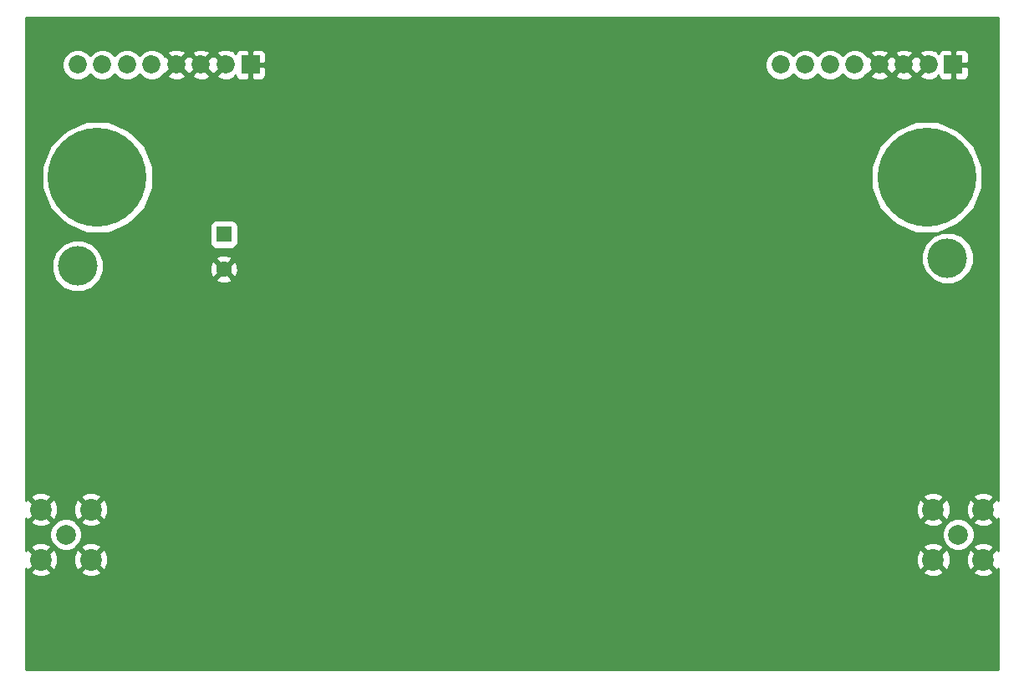
<source format=gbr>
G04 #@! TF.FileFunction,Copper,L2,Inr,Plane*
%FSLAX46Y46*%
G04 Gerber Fmt 4.6, Leading zero omitted, Abs format (unit mm)*
G04 Created by KiCad (PCBNEW 4.0.7) date 12/03/17 22:14:14*
%MOMM*%
%LPD*%
G01*
G04 APERTURE LIST*
%ADD10C,0.100000*%
%ADD11C,0.700000*%
%ADD12R,1.600000X1.600000*%
%ADD13C,1.600000*%
%ADD14C,2.200000*%
%ADD15C,2.000000*%
%ADD16R,1.850000X1.850000*%
%ADD17C,1.850000*%
%ADD18C,10.000000*%
%ADD19C,7.000000*%
%ADD20C,0.800000*%
%ADD21C,4.000000*%
%ADD22C,0.254000*%
G04 APERTURE END LIST*
D10*
D11*
X180500000Y-113700000D03*
X173900000Y-86100000D03*
X171700000Y-90900000D03*
X172100000Y-97200000D03*
X172800000Y-102000000D03*
X184800000Y-103100000D03*
X180400000Y-102800000D03*
X175800000Y-102700000D03*
X175800000Y-105200000D03*
X180300000Y-105500000D03*
X191800000Y-123000000D03*
X188100000Y-122100000D03*
X185200000Y-110500000D03*
X190500000Y-110500000D03*
X195300000Y-109700000D03*
X190500000Y-107200000D03*
X187700000Y-107200000D03*
X175700000Y-98300000D03*
X180400000Y-98100000D03*
X175800000Y-100500000D03*
X180400000Y-100500000D03*
X193400000Y-107800000D03*
X185300000Y-107200000D03*
X187700000Y-110500000D03*
X181200000Y-110900000D03*
X178800000Y-110900000D03*
X183300000Y-111000000D03*
X185600000Y-115400000D03*
X188300000Y-117800000D03*
X188200000Y-113600000D03*
X183500000Y-106500000D03*
X104800000Y-106300000D03*
X169400000Y-94100000D03*
X191500000Y-90900000D03*
X166700000Y-115500000D03*
X175200000Y-114800000D03*
X175200000Y-120500000D03*
X168100000Y-119700000D03*
X163400000Y-118500000D03*
X159300000Y-115500000D03*
X151700000Y-115200000D03*
X145100000Y-115400000D03*
X138900000Y-117300000D03*
X133600000Y-118600000D03*
X129600000Y-121500000D03*
X126600000Y-117900000D03*
X121600000Y-115100000D03*
X124800000Y-122000000D03*
X111800000Y-122600000D03*
X156400000Y-96700000D03*
X148200000Y-96700000D03*
X149800000Y-93300000D03*
X169400000Y-85900000D03*
X165900000Y-96300000D03*
X168800000Y-100000000D03*
X162900000Y-100400000D03*
X140000000Y-101200000D03*
X130100000Y-100300000D03*
X134700000Y-96900000D03*
X140700000Y-93400000D03*
X142100000Y-88000000D03*
X149700000Y-86000000D03*
X157700000Y-88100000D03*
X159900000Y-94600000D03*
X157300000Y-101500000D03*
X152800000Y-101500000D03*
X145200000Y-101400000D03*
X133600000Y-101000000D03*
X125900000Y-98700000D03*
X129000000Y-95900000D03*
X129000000Y-89600000D03*
X124900000Y-92400000D03*
X122200000Y-96400000D03*
X122300000Y-101400000D03*
X116700000Y-103200000D03*
X111900000Y-106600000D03*
X173900000Y-69300000D03*
X175300000Y-71300000D03*
X175300000Y-73600000D03*
X171800000Y-73600000D03*
X168300000Y-73600000D03*
X168300000Y-70500000D03*
X163100000Y-70500000D03*
X163100000Y-73400000D03*
X159800000Y-73400000D03*
X156400000Y-73400000D03*
X156400000Y-70500000D03*
X151100000Y-70500000D03*
X151100000Y-73500000D03*
X147900000Y-73500000D03*
X144500000Y-73500000D03*
X144500000Y-70500000D03*
X139000000Y-70500000D03*
X139000000Y-73400000D03*
X135900000Y-73400000D03*
X132500000Y-73400000D03*
X132100000Y-70400000D03*
X128100000Y-70400000D03*
X127400000Y-72600000D03*
X124800000Y-71800000D03*
X121800000Y-71800000D03*
X118800000Y-71800000D03*
X116500000Y-71300000D03*
X127700000Y-67000000D03*
X104700000Y-120500000D03*
X108100000Y-120500000D03*
X109800000Y-119300000D03*
X104700000Y-110600000D03*
X108200000Y-110600000D03*
X109600000Y-112000000D03*
X117700000Y-89300000D03*
X124500000Y-87900000D03*
X126300000Y-86100000D03*
X128100000Y-84300000D03*
X130000000Y-82400000D03*
X133200000Y-82400000D03*
X136000000Y-82400000D03*
X138900000Y-82400000D03*
X142100000Y-82400000D03*
X145300000Y-82400000D03*
X148000000Y-82400000D03*
X150800000Y-82400000D03*
X154100000Y-82400000D03*
X157200000Y-82400000D03*
X160100000Y-82400000D03*
X162900000Y-82400000D03*
X166100000Y-82400000D03*
X169200000Y-82400000D03*
X172200000Y-82400000D03*
X175200000Y-82400000D03*
X178000000Y-82400000D03*
X180300000Y-83200000D03*
X183000000Y-83200000D03*
X101400000Y-69600000D03*
X101400000Y-77700000D03*
X101400000Y-66900000D03*
X101400000Y-72400000D03*
X101400000Y-75300000D03*
X101400000Y-80800000D03*
X101400000Y-83500000D03*
X101400000Y-86200000D03*
X101400000Y-88900000D03*
X106800000Y-92200000D03*
X103900000Y-92200000D03*
X101500000Y-94800000D03*
X101500000Y-92200000D03*
X101500000Y-97100000D03*
X101500000Y-100000000D03*
X101500000Y-102600000D03*
X101500000Y-105500000D03*
X101500000Y-108200000D03*
X101500000Y-110600000D03*
X101500000Y-120500000D03*
X101500000Y-123200000D03*
X101500000Y-125700000D03*
X105100000Y-125700000D03*
X108500000Y-125700000D03*
X111700000Y-125700000D03*
X115000000Y-125700000D03*
X118000000Y-125700000D03*
X121100000Y-125700000D03*
X124700000Y-125700000D03*
X128300000Y-125700000D03*
X131800000Y-125700000D03*
X134300000Y-125700000D03*
X134300000Y-123800000D03*
X135700000Y-122400000D03*
X137900000Y-122400000D03*
X142000000Y-118200000D03*
X140500000Y-122400000D03*
X140500000Y-119700000D03*
X144700000Y-118200000D03*
X148600000Y-118200000D03*
X152500000Y-118200000D03*
X156200000Y-118200000D03*
X157800000Y-119700000D03*
X160700000Y-122400000D03*
X157800000Y-122400000D03*
X163300000Y-122400000D03*
X163300000Y-125800000D03*
X167600000Y-125800000D03*
X171100000Y-125800000D03*
X174600000Y-125800000D03*
X178100000Y-125800000D03*
X181300000Y-125800000D03*
X184800000Y-125800000D03*
X187900000Y-125800000D03*
X191400000Y-125800000D03*
X194400000Y-125800000D03*
X197200000Y-125800000D03*
X198200000Y-123200000D03*
X198600000Y-109000000D03*
X198600000Y-106000000D03*
X198600000Y-103000000D03*
X198600000Y-99900000D03*
X198600000Y-97000000D03*
X198600000Y-93900000D03*
X198600000Y-90900000D03*
X198600000Y-88000000D03*
X198600000Y-85000000D03*
X198600000Y-82100000D03*
X198600000Y-79000000D03*
X198600000Y-76000000D03*
X198600000Y-73000000D03*
X198600000Y-70000000D03*
X198600000Y-67000000D03*
X173900000Y-67000000D03*
X168900000Y-67000000D03*
X165600000Y-67000000D03*
X161100000Y-67000000D03*
X157000000Y-67000000D03*
X153300000Y-67000000D03*
X149300000Y-67000000D03*
X145900000Y-67000000D03*
X142000000Y-67000000D03*
X138400000Y-67000000D03*
X135000000Y-67000000D03*
X131600000Y-67000000D03*
X112000000Y-92100000D03*
X109700000Y-90800000D03*
X115500000Y-90100000D03*
X121000000Y-106500000D03*
X118600000Y-112100000D03*
X116200000Y-114500000D03*
X113700000Y-116800000D03*
X110800000Y-113400000D03*
X121300000Y-111100000D03*
X111000000Y-117400000D03*
X112600000Y-112100000D03*
X114600000Y-110100000D03*
X116800000Y-107900000D03*
X119000000Y-107200000D03*
X123100000Y-107100000D03*
X172900000Y-110900000D03*
X185200000Y-88800000D03*
X184400000Y-84400000D03*
X180600000Y-89600000D03*
X183200000Y-89600000D03*
X186800000Y-87200000D03*
X188500000Y-85500000D03*
X185900000Y-83200000D03*
X183400000Y-85900000D03*
X175700000Y-89500000D03*
X177800000Y-87300000D03*
X180600000Y-85900000D03*
X180400000Y-95600000D03*
X175700000Y-92500000D03*
X180600000Y-92500000D03*
X175700000Y-95700000D03*
X176700000Y-110900000D03*
X128300000Y-104000000D03*
X132100000Y-104000000D03*
X135100000Y-104000000D03*
X138900000Y-104000000D03*
X128200000Y-113700000D03*
X132200000Y-113700000D03*
X139000000Y-113700000D03*
X135100000Y-113700000D03*
X158900000Y-105300000D03*
X152900000Y-105300000D03*
X155800000Y-105300000D03*
X133800000Y-105600000D03*
X173300000Y-106600000D03*
X124100000Y-105400000D03*
X127100000Y-105400000D03*
X140700000Y-105400000D03*
X143800000Y-105400000D03*
X146600000Y-105400000D03*
X149800000Y-105400000D03*
X168400000Y-105400000D03*
X171600000Y-105400000D03*
X124000000Y-112200000D03*
X127200000Y-112200000D03*
X140600000Y-112200000D03*
X143900000Y-112200000D03*
X146500000Y-112200000D03*
X149800000Y-112200000D03*
X161800000Y-112200000D03*
X165000000Y-112200000D03*
X168400000Y-112200000D03*
X171600000Y-112200000D03*
X174800000Y-110900000D03*
X139900000Y-110700000D03*
X133700000Y-111300000D03*
X145200000Y-110700000D03*
X151600000Y-110700000D03*
X160000000Y-110700000D03*
X166600000Y-110700000D03*
X153300000Y-111900000D03*
X158300000Y-111900000D03*
X137000000Y-102600000D03*
X130200000Y-102600000D03*
X137000000Y-115000000D03*
X130200000Y-115000000D03*
X125600000Y-113700000D03*
X142200000Y-113700000D03*
X148200000Y-113700000D03*
X155800000Y-113700000D03*
X163400000Y-113700000D03*
X170000000Y-113700000D03*
X125600000Y-103900000D03*
X142200000Y-103900000D03*
X148200000Y-103900000D03*
X170000000Y-103900000D03*
X164900000Y-105300000D03*
X161800000Y-105300000D03*
D12*
X120800000Y-85200000D03*
D13*
X120800000Y-88700000D03*
D14*
X102260000Y-118140000D03*
X102260000Y-113060000D03*
X107340000Y-113060000D03*
X107340000Y-118140000D03*
D15*
X104800000Y-115600000D03*
D16*
X123500000Y-68000000D03*
D17*
X121000000Y-68000000D03*
X118500000Y-68000000D03*
X116000000Y-68000000D03*
X113500000Y-68000000D03*
X111000000Y-68000000D03*
X108500000Y-68000000D03*
X106000000Y-68000000D03*
D16*
X194700000Y-68000000D03*
D17*
X192200000Y-68000000D03*
X189700000Y-68000000D03*
X187200000Y-68000000D03*
X184700000Y-68000000D03*
X182200000Y-68000000D03*
X179700000Y-68000000D03*
X177200000Y-68000000D03*
D18*
X108000000Y-79400000D03*
X108000000Y-98400000D03*
X192000000Y-79400000D03*
X192000000Y-98400000D03*
D19*
X118000000Y-120000000D03*
D20*
X120625000Y-120000000D03*
X119856155Y-121856155D03*
X118000000Y-122625000D03*
X116143845Y-121856155D03*
X115375000Y-120000000D03*
X116143845Y-118143845D03*
X118000000Y-117375000D03*
X119856155Y-118143845D03*
D19*
X182000000Y-120000000D03*
D20*
X184625000Y-120000000D03*
X183856155Y-121856155D03*
X182000000Y-122625000D03*
X180143845Y-121856155D03*
X179375000Y-120000000D03*
X180143845Y-118143845D03*
X182000000Y-117375000D03*
X183856155Y-118143845D03*
D19*
X136000000Y-90000000D03*
D20*
X138625000Y-90000000D03*
X137856155Y-91856155D03*
X136000000Y-92625000D03*
X134143845Y-91856155D03*
X133375000Y-90000000D03*
X134143845Y-88143845D03*
X136000000Y-87375000D03*
X137856155Y-88143845D03*
D19*
X164000000Y-90000000D03*
D20*
X166625000Y-90000000D03*
X165856155Y-91856155D03*
X164000000Y-92625000D03*
X162143845Y-91856155D03*
X161375000Y-90000000D03*
X162143845Y-88143845D03*
X164000000Y-87375000D03*
X165856155Y-88143845D03*
D11*
X163400000Y-103900000D03*
D21*
X106000000Y-88400000D03*
X115400000Y-94000000D03*
X194100000Y-87600000D03*
X186900000Y-91600000D03*
D14*
X192660000Y-118140000D03*
X192660000Y-113060000D03*
X197740000Y-113060000D03*
X197740000Y-118140000D03*
D15*
X195200000Y-115600000D03*
D22*
G36*
X199265000Y-112180929D02*
X199242099Y-112125641D01*
X198964868Y-112014737D01*
X197919605Y-113060000D01*
X198964868Y-114105263D01*
X199242099Y-113994359D01*
X199265000Y-113933539D01*
X199265000Y-117260929D01*
X199242099Y-117205641D01*
X198964868Y-117094737D01*
X197919605Y-118140000D01*
X198964868Y-119185263D01*
X199242099Y-119074359D01*
X199265000Y-119013539D01*
X199265000Y-129265000D01*
X100735000Y-129265000D01*
X100735000Y-119364868D01*
X101214737Y-119364868D01*
X101325641Y-119642099D01*
X101971593Y-119885323D01*
X102661453Y-119862836D01*
X103194359Y-119642099D01*
X103305263Y-119364868D01*
X106294737Y-119364868D01*
X106405641Y-119642099D01*
X107051593Y-119885323D01*
X107741453Y-119862836D01*
X108274359Y-119642099D01*
X108385263Y-119364868D01*
X191614737Y-119364868D01*
X191725641Y-119642099D01*
X192371593Y-119885323D01*
X193061453Y-119862836D01*
X193594359Y-119642099D01*
X193705263Y-119364868D01*
X196694737Y-119364868D01*
X196805641Y-119642099D01*
X197451593Y-119885323D01*
X198141453Y-119862836D01*
X198674359Y-119642099D01*
X198785263Y-119364868D01*
X197740000Y-118319605D01*
X196694737Y-119364868D01*
X193705263Y-119364868D01*
X192660000Y-118319605D01*
X191614737Y-119364868D01*
X108385263Y-119364868D01*
X107340000Y-118319605D01*
X106294737Y-119364868D01*
X103305263Y-119364868D01*
X102260000Y-118319605D01*
X101214737Y-119364868D01*
X100735000Y-119364868D01*
X100735000Y-119019071D01*
X100757901Y-119074359D01*
X101035132Y-119185263D01*
X102080395Y-118140000D01*
X102439605Y-118140000D01*
X103484868Y-119185263D01*
X103762099Y-119074359D01*
X104005323Y-118428407D01*
X103986521Y-117851593D01*
X105594677Y-117851593D01*
X105617164Y-118541453D01*
X105837901Y-119074359D01*
X106115132Y-119185263D01*
X107160395Y-118140000D01*
X107519605Y-118140000D01*
X108564868Y-119185263D01*
X108842099Y-119074359D01*
X109085323Y-118428407D01*
X109066521Y-117851593D01*
X190914677Y-117851593D01*
X190937164Y-118541453D01*
X191157901Y-119074359D01*
X191435132Y-119185263D01*
X192480395Y-118140000D01*
X192839605Y-118140000D01*
X193884868Y-119185263D01*
X194162099Y-119074359D01*
X194405323Y-118428407D01*
X194386521Y-117851593D01*
X195994677Y-117851593D01*
X196017164Y-118541453D01*
X196237901Y-119074359D01*
X196515132Y-119185263D01*
X197560395Y-118140000D01*
X196515132Y-117094737D01*
X196237901Y-117205641D01*
X195994677Y-117851593D01*
X194386521Y-117851593D01*
X194382836Y-117738547D01*
X194162099Y-117205641D01*
X193884868Y-117094737D01*
X192839605Y-118140000D01*
X192480395Y-118140000D01*
X191435132Y-117094737D01*
X191157901Y-117205641D01*
X190914677Y-117851593D01*
X109066521Y-117851593D01*
X109062836Y-117738547D01*
X108842099Y-117205641D01*
X108564868Y-117094737D01*
X107519605Y-118140000D01*
X107160395Y-118140000D01*
X106115132Y-117094737D01*
X105837901Y-117205641D01*
X105594677Y-117851593D01*
X103986521Y-117851593D01*
X103982836Y-117738547D01*
X103762099Y-117205641D01*
X103484868Y-117094737D01*
X102439605Y-118140000D01*
X102080395Y-118140000D01*
X101035132Y-117094737D01*
X100757901Y-117205641D01*
X100735000Y-117266461D01*
X100735000Y-116915132D01*
X101214737Y-116915132D01*
X102260000Y-117960395D01*
X103305263Y-116915132D01*
X103194359Y-116637901D01*
X102548407Y-116394677D01*
X101858547Y-116417164D01*
X101325641Y-116637901D01*
X101214737Y-116915132D01*
X100735000Y-116915132D01*
X100735000Y-115923795D01*
X103164716Y-115923795D01*
X103413106Y-116524943D01*
X103872637Y-116985278D01*
X104473352Y-117234716D01*
X105123795Y-117235284D01*
X105724943Y-116986894D01*
X105796830Y-116915132D01*
X106294737Y-116915132D01*
X107340000Y-117960395D01*
X108385263Y-116915132D01*
X191614737Y-116915132D01*
X192660000Y-117960395D01*
X193705263Y-116915132D01*
X193594359Y-116637901D01*
X192948407Y-116394677D01*
X192258547Y-116417164D01*
X191725641Y-116637901D01*
X191614737Y-116915132D01*
X108385263Y-116915132D01*
X108274359Y-116637901D01*
X107628407Y-116394677D01*
X106938547Y-116417164D01*
X106405641Y-116637901D01*
X106294737Y-116915132D01*
X105796830Y-116915132D01*
X106185278Y-116527363D01*
X106434716Y-115926648D01*
X106434718Y-115923795D01*
X193564716Y-115923795D01*
X193813106Y-116524943D01*
X194272637Y-116985278D01*
X194873352Y-117234716D01*
X195523795Y-117235284D01*
X196124943Y-116986894D01*
X196196830Y-116915132D01*
X196694737Y-116915132D01*
X197740000Y-117960395D01*
X198785263Y-116915132D01*
X198674359Y-116637901D01*
X198028407Y-116394677D01*
X197338547Y-116417164D01*
X196805641Y-116637901D01*
X196694737Y-116915132D01*
X196196830Y-116915132D01*
X196585278Y-116527363D01*
X196834716Y-115926648D01*
X196835284Y-115276205D01*
X196586894Y-114675057D01*
X196197387Y-114284868D01*
X196694737Y-114284868D01*
X196805641Y-114562099D01*
X197451593Y-114805323D01*
X198141453Y-114782836D01*
X198674359Y-114562099D01*
X198785263Y-114284868D01*
X197740000Y-113239605D01*
X196694737Y-114284868D01*
X196197387Y-114284868D01*
X196127363Y-114214722D01*
X195526648Y-113965284D01*
X194876205Y-113964716D01*
X194275057Y-114213106D01*
X193814722Y-114672637D01*
X193565284Y-115273352D01*
X193564716Y-115923795D01*
X106434718Y-115923795D01*
X106435284Y-115276205D01*
X106186894Y-114675057D01*
X105797387Y-114284868D01*
X106294737Y-114284868D01*
X106405641Y-114562099D01*
X107051593Y-114805323D01*
X107741453Y-114782836D01*
X108274359Y-114562099D01*
X108385263Y-114284868D01*
X191614737Y-114284868D01*
X191725641Y-114562099D01*
X192371593Y-114805323D01*
X193061453Y-114782836D01*
X193594359Y-114562099D01*
X193705263Y-114284868D01*
X192660000Y-113239605D01*
X191614737Y-114284868D01*
X108385263Y-114284868D01*
X107340000Y-113239605D01*
X106294737Y-114284868D01*
X105797387Y-114284868D01*
X105727363Y-114214722D01*
X105126648Y-113965284D01*
X104476205Y-113964716D01*
X103875057Y-114213106D01*
X103414722Y-114672637D01*
X103165284Y-115273352D01*
X103164716Y-115923795D01*
X100735000Y-115923795D01*
X100735000Y-114284868D01*
X101214737Y-114284868D01*
X101325641Y-114562099D01*
X101971593Y-114805323D01*
X102661453Y-114782836D01*
X103194359Y-114562099D01*
X103305263Y-114284868D01*
X102260000Y-113239605D01*
X101214737Y-114284868D01*
X100735000Y-114284868D01*
X100735000Y-113939071D01*
X100757901Y-113994359D01*
X101035132Y-114105263D01*
X102080395Y-113060000D01*
X102439605Y-113060000D01*
X103484868Y-114105263D01*
X103762099Y-113994359D01*
X104005323Y-113348407D01*
X103986521Y-112771593D01*
X105594677Y-112771593D01*
X105617164Y-113461453D01*
X105837901Y-113994359D01*
X106115132Y-114105263D01*
X107160395Y-113060000D01*
X107519605Y-113060000D01*
X108564868Y-114105263D01*
X108842099Y-113994359D01*
X109085323Y-113348407D01*
X109066521Y-112771593D01*
X190914677Y-112771593D01*
X190937164Y-113461453D01*
X191157901Y-113994359D01*
X191435132Y-114105263D01*
X192480395Y-113060000D01*
X192839605Y-113060000D01*
X193884868Y-114105263D01*
X194162099Y-113994359D01*
X194405323Y-113348407D01*
X194386521Y-112771593D01*
X195994677Y-112771593D01*
X196017164Y-113461453D01*
X196237901Y-113994359D01*
X196515132Y-114105263D01*
X197560395Y-113060000D01*
X196515132Y-112014737D01*
X196237901Y-112125641D01*
X195994677Y-112771593D01*
X194386521Y-112771593D01*
X194382836Y-112658547D01*
X194162099Y-112125641D01*
X193884868Y-112014737D01*
X192839605Y-113060000D01*
X192480395Y-113060000D01*
X191435132Y-112014737D01*
X191157901Y-112125641D01*
X190914677Y-112771593D01*
X109066521Y-112771593D01*
X109062836Y-112658547D01*
X108842099Y-112125641D01*
X108564868Y-112014737D01*
X107519605Y-113060000D01*
X107160395Y-113060000D01*
X106115132Y-112014737D01*
X105837901Y-112125641D01*
X105594677Y-112771593D01*
X103986521Y-112771593D01*
X103982836Y-112658547D01*
X103762099Y-112125641D01*
X103484868Y-112014737D01*
X102439605Y-113060000D01*
X102080395Y-113060000D01*
X101035132Y-112014737D01*
X100757901Y-112125641D01*
X100735000Y-112186461D01*
X100735000Y-111835132D01*
X101214737Y-111835132D01*
X102260000Y-112880395D01*
X103305263Y-111835132D01*
X106294737Y-111835132D01*
X107340000Y-112880395D01*
X108385263Y-111835132D01*
X191614737Y-111835132D01*
X192660000Y-112880395D01*
X193705263Y-111835132D01*
X196694737Y-111835132D01*
X197740000Y-112880395D01*
X198785263Y-111835132D01*
X198674359Y-111557901D01*
X198028407Y-111314677D01*
X197338547Y-111337164D01*
X196805641Y-111557901D01*
X196694737Y-111835132D01*
X193705263Y-111835132D01*
X193594359Y-111557901D01*
X192948407Y-111314677D01*
X192258547Y-111337164D01*
X191725641Y-111557901D01*
X191614737Y-111835132D01*
X108385263Y-111835132D01*
X108274359Y-111557901D01*
X107628407Y-111314677D01*
X106938547Y-111337164D01*
X106405641Y-111557901D01*
X106294737Y-111835132D01*
X103305263Y-111835132D01*
X103194359Y-111557901D01*
X102548407Y-111314677D01*
X101858547Y-111337164D01*
X101325641Y-111557901D01*
X101214737Y-111835132D01*
X100735000Y-111835132D01*
X100735000Y-88921834D01*
X103364543Y-88921834D01*
X103764853Y-89890658D01*
X104505443Y-90632542D01*
X105473567Y-91034542D01*
X106521834Y-91035457D01*
X107490658Y-90635147D01*
X108232542Y-89894557D01*
X108310113Y-89707745D01*
X119971861Y-89707745D01*
X120045995Y-89953864D01*
X120583223Y-90146965D01*
X121153454Y-90119778D01*
X121554005Y-89953864D01*
X121628139Y-89707745D01*
X120800000Y-88879605D01*
X119971861Y-89707745D01*
X108310113Y-89707745D01*
X108634542Y-88926433D01*
X108634928Y-88483223D01*
X119353035Y-88483223D01*
X119380222Y-89053454D01*
X119546136Y-89454005D01*
X119792255Y-89528139D01*
X120620395Y-88700000D01*
X120979605Y-88700000D01*
X121807745Y-89528139D01*
X122053864Y-89454005D01*
X122246965Y-88916777D01*
X122219778Y-88346546D01*
X122126700Y-88121834D01*
X191464543Y-88121834D01*
X191864853Y-89090658D01*
X192605443Y-89832542D01*
X193573567Y-90234542D01*
X194621834Y-90235457D01*
X195590658Y-89835147D01*
X196332542Y-89094557D01*
X196734542Y-88126433D01*
X196735457Y-87078166D01*
X196335147Y-86109342D01*
X195594557Y-85367458D01*
X194626433Y-84965458D01*
X193578166Y-84964543D01*
X192609342Y-85364853D01*
X191867458Y-86105443D01*
X191465458Y-87073567D01*
X191464543Y-88121834D01*
X122126700Y-88121834D01*
X122053864Y-87945995D01*
X121807745Y-87871861D01*
X120979605Y-88700000D01*
X120620395Y-88700000D01*
X119792255Y-87871861D01*
X119546136Y-87945995D01*
X119353035Y-88483223D01*
X108634928Y-88483223D01*
X108635457Y-87878166D01*
X108558641Y-87692255D01*
X119971861Y-87692255D01*
X120800000Y-88520395D01*
X121628139Y-87692255D01*
X121554005Y-87446136D01*
X121016777Y-87253035D01*
X120446546Y-87280222D01*
X120045995Y-87446136D01*
X119971861Y-87692255D01*
X108558641Y-87692255D01*
X108235147Y-86909342D01*
X107494557Y-86167458D01*
X106526433Y-85765458D01*
X105478166Y-85764543D01*
X104509342Y-86164853D01*
X103767458Y-86905443D01*
X103365458Y-87873567D01*
X103364543Y-88921834D01*
X100735000Y-88921834D01*
X100735000Y-80515953D01*
X102364024Y-80515953D01*
X103220094Y-82587801D01*
X104803861Y-84174335D01*
X106874212Y-85034020D01*
X109115953Y-85035976D01*
X110655132Y-84400000D01*
X119352560Y-84400000D01*
X119352560Y-86000000D01*
X119396838Y-86235317D01*
X119535910Y-86451441D01*
X119748110Y-86596431D01*
X120000000Y-86647440D01*
X121600000Y-86647440D01*
X121835317Y-86603162D01*
X122051441Y-86464090D01*
X122196431Y-86251890D01*
X122247440Y-86000000D01*
X122247440Y-84400000D01*
X122203162Y-84164683D01*
X122064090Y-83948559D01*
X121851890Y-83803569D01*
X121600000Y-83752560D01*
X120000000Y-83752560D01*
X119764683Y-83796838D01*
X119548559Y-83935910D01*
X119403569Y-84148110D01*
X119352560Y-84400000D01*
X110655132Y-84400000D01*
X111187801Y-84179906D01*
X112774335Y-82596139D01*
X113634020Y-80525788D01*
X113634028Y-80515953D01*
X186364024Y-80515953D01*
X187220094Y-82587801D01*
X188803861Y-84174335D01*
X190874212Y-85034020D01*
X193115953Y-85035976D01*
X195187801Y-84179906D01*
X196774335Y-82596139D01*
X197634020Y-80525788D01*
X197635976Y-78284047D01*
X196779906Y-76212199D01*
X195196139Y-74625665D01*
X193125788Y-73765980D01*
X190884047Y-73764024D01*
X188812199Y-74620094D01*
X187225665Y-76203861D01*
X186365980Y-78274212D01*
X186364024Y-80515953D01*
X113634028Y-80515953D01*
X113635976Y-78284047D01*
X112779906Y-76212199D01*
X111196139Y-74625665D01*
X109125788Y-73765980D01*
X106884047Y-73764024D01*
X104812199Y-74620094D01*
X103225665Y-76203861D01*
X102365980Y-78274212D01*
X102364024Y-80515953D01*
X100735000Y-80515953D01*
X100735000Y-68308942D01*
X104439730Y-68308942D01*
X104676725Y-68882514D01*
X105115177Y-69321732D01*
X105688336Y-69559728D01*
X106308942Y-69560270D01*
X106882514Y-69323275D01*
X107250256Y-68956174D01*
X107615177Y-69321732D01*
X108188336Y-69559728D01*
X108808942Y-69560270D01*
X109382514Y-69323275D01*
X109750256Y-68956174D01*
X110115177Y-69321732D01*
X110688336Y-69559728D01*
X111308942Y-69560270D01*
X111882514Y-69323275D01*
X112250256Y-68956174D01*
X112615177Y-69321732D01*
X113188336Y-69559728D01*
X113808942Y-69560270D01*
X114382514Y-69323275D01*
X114607926Y-69098256D01*
X115081349Y-69098256D01*
X115170821Y-69357332D01*
X115753368Y-69571325D01*
X116373461Y-69546097D01*
X116829179Y-69357332D01*
X116918651Y-69098256D01*
X117581349Y-69098256D01*
X117670821Y-69357332D01*
X118253368Y-69571325D01*
X118873461Y-69546097D01*
X119329179Y-69357332D01*
X119418651Y-69098256D01*
X118500000Y-68179605D01*
X117581349Y-69098256D01*
X116918651Y-69098256D01*
X116000000Y-68179605D01*
X115081349Y-69098256D01*
X114607926Y-69098256D01*
X114817121Y-68889426D01*
X114901744Y-68918651D01*
X115820395Y-68000000D01*
X116179605Y-68000000D01*
X117098256Y-68918651D01*
X117250000Y-68866246D01*
X117401744Y-68918651D01*
X118320395Y-68000000D01*
X118679605Y-68000000D01*
X119598256Y-68918651D01*
X119750000Y-68866246D01*
X119901744Y-68918651D01*
X120820395Y-68000000D01*
X119901744Y-67081349D01*
X119750000Y-67133754D01*
X119598256Y-67081349D01*
X118679605Y-68000000D01*
X118320395Y-68000000D01*
X117401744Y-67081349D01*
X117250000Y-67133754D01*
X117098256Y-67081349D01*
X116179605Y-68000000D01*
X115820395Y-68000000D01*
X114901744Y-67081349D01*
X114816566Y-67110765D01*
X114607910Y-66901744D01*
X115081349Y-66901744D01*
X116000000Y-67820395D01*
X116918651Y-66901744D01*
X117581349Y-66901744D01*
X118500000Y-67820395D01*
X119418651Y-66901744D01*
X120081349Y-66901744D01*
X121000000Y-67820395D01*
X121014143Y-67806253D01*
X121193748Y-67985858D01*
X121179605Y-68000000D01*
X121193748Y-68014143D01*
X121014143Y-68193748D01*
X121000000Y-68179605D01*
X120081349Y-69098256D01*
X120170821Y-69357332D01*
X120753368Y-69571325D01*
X121373461Y-69546097D01*
X121829179Y-69357332D01*
X121918650Y-69098258D01*
X121988294Y-69167902D01*
X122036673Y-69284699D01*
X122215302Y-69463327D01*
X122448691Y-69560000D01*
X123214250Y-69560000D01*
X123373000Y-69401250D01*
X123373000Y-68127000D01*
X123627000Y-68127000D01*
X123627000Y-69401250D01*
X123785750Y-69560000D01*
X124551309Y-69560000D01*
X124784698Y-69463327D01*
X124963327Y-69284699D01*
X125060000Y-69051310D01*
X125060000Y-68308942D01*
X175639730Y-68308942D01*
X175876725Y-68882514D01*
X176315177Y-69321732D01*
X176888336Y-69559728D01*
X177508942Y-69560270D01*
X178082514Y-69323275D01*
X178450256Y-68956174D01*
X178815177Y-69321732D01*
X179388336Y-69559728D01*
X180008942Y-69560270D01*
X180582514Y-69323275D01*
X180950256Y-68956174D01*
X181315177Y-69321732D01*
X181888336Y-69559728D01*
X182508942Y-69560270D01*
X183082514Y-69323275D01*
X183450256Y-68956174D01*
X183815177Y-69321732D01*
X184388336Y-69559728D01*
X185008942Y-69560270D01*
X185582514Y-69323275D01*
X185807926Y-69098256D01*
X186281349Y-69098256D01*
X186370821Y-69357332D01*
X186953368Y-69571325D01*
X187573461Y-69546097D01*
X188029179Y-69357332D01*
X188118651Y-69098256D01*
X188781349Y-69098256D01*
X188870821Y-69357332D01*
X189453368Y-69571325D01*
X190073461Y-69546097D01*
X190529179Y-69357332D01*
X190618651Y-69098256D01*
X189700000Y-68179605D01*
X188781349Y-69098256D01*
X188118651Y-69098256D01*
X187200000Y-68179605D01*
X186281349Y-69098256D01*
X185807926Y-69098256D01*
X186017121Y-68889426D01*
X186101744Y-68918651D01*
X187020395Y-68000000D01*
X187379605Y-68000000D01*
X188298256Y-68918651D01*
X188450000Y-68866246D01*
X188601744Y-68918651D01*
X189520395Y-68000000D01*
X189879605Y-68000000D01*
X190798256Y-68918651D01*
X190950000Y-68866246D01*
X191101744Y-68918651D01*
X192020395Y-68000000D01*
X191101744Y-67081349D01*
X190950000Y-67133754D01*
X190798256Y-67081349D01*
X189879605Y-68000000D01*
X189520395Y-68000000D01*
X188601744Y-67081349D01*
X188450000Y-67133754D01*
X188298256Y-67081349D01*
X187379605Y-68000000D01*
X187020395Y-68000000D01*
X186101744Y-67081349D01*
X186016566Y-67110765D01*
X185807910Y-66901744D01*
X186281349Y-66901744D01*
X187200000Y-67820395D01*
X188118651Y-66901744D01*
X188781349Y-66901744D01*
X189700000Y-67820395D01*
X190618651Y-66901744D01*
X191281349Y-66901744D01*
X192200000Y-67820395D01*
X192214143Y-67806253D01*
X192393748Y-67985858D01*
X192379605Y-68000000D01*
X192393748Y-68014143D01*
X192214143Y-68193748D01*
X192200000Y-68179605D01*
X191281349Y-69098256D01*
X191370821Y-69357332D01*
X191953368Y-69571325D01*
X192573461Y-69546097D01*
X193029179Y-69357332D01*
X193118650Y-69098258D01*
X193188294Y-69167902D01*
X193236673Y-69284699D01*
X193415302Y-69463327D01*
X193648691Y-69560000D01*
X194414250Y-69560000D01*
X194573000Y-69401250D01*
X194573000Y-68127000D01*
X194827000Y-68127000D01*
X194827000Y-69401250D01*
X194985750Y-69560000D01*
X195751309Y-69560000D01*
X195984698Y-69463327D01*
X196163327Y-69284699D01*
X196260000Y-69051310D01*
X196260000Y-68285750D01*
X196101250Y-68127000D01*
X194827000Y-68127000D01*
X194573000Y-68127000D01*
X194553000Y-68127000D01*
X194553000Y-67873000D01*
X194573000Y-67873000D01*
X194573000Y-66598750D01*
X194827000Y-66598750D01*
X194827000Y-67873000D01*
X196101250Y-67873000D01*
X196260000Y-67714250D01*
X196260000Y-66948690D01*
X196163327Y-66715301D01*
X195984698Y-66536673D01*
X195751309Y-66440000D01*
X194985750Y-66440000D01*
X194827000Y-66598750D01*
X194573000Y-66598750D01*
X194414250Y-66440000D01*
X193648691Y-66440000D01*
X193415302Y-66536673D01*
X193236673Y-66715301D01*
X193188294Y-66832098D01*
X193118650Y-66901742D01*
X193029179Y-66642668D01*
X192446632Y-66428675D01*
X191826539Y-66453903D01*
X191370821Y-66642668D01*
X191281349Y-66901744D01*
X190618651Y-66901744D01*
X190529179Y-66642668D01*
X189946632Y-66428675D01*
X189326539Y-66453903D01*
X188870821Y-66642668D01*
X188781349Y-66901744D01*
X188118651Y-66901744D01*
X188029179Y-66642668D01*
X187446632Y-66428675D01*
X186826539Y-66453903D01*
X186370821Y-66642668D01*
X186281349Y-66901744D01*
X185807910Y-66901744D01*
X185584823Y-66678268D01*
X185011664Y-66440272D01*
X184391058Y-66439730D01*
X183817486Y-66676725D01*
X183449744Y-67043826D01*
X183084823Y-66678268D01*
X182511664Y-66440272D01*
X181891058Y-66439730D01*
X181317486Y-66676725D01*
X180949744Y-67043826D01*
X180584823Y-66678268D01*
X180011664Y-66440272D01*
X179391058Y-66439730D01*
X178817486Y-66676725D01*
X178449744Y-67043826D01*
X178084823Y-66678268D01*
X177511664Y-66440272D01*
X176891058Y-66439730D01*
X176317486Y-66676725D01*
X175878268Y-67115177D01*
X175640272Y-67688336D01*
X175639730Y-68308942D01*
X125060000Y-68308942D01*
X125060000Y-68285750D01*
X124901250Y-68127000D01*
X123627000Y-68127000D01*
X123373000Y-68127000D01*
X123353000Y-68127000D01*
X123353000Y-67873000D01*
X123373000Y-67873000D01*
X123373000Y-66598750D01*
X123627000Y-66598750D01*
X123627000Y-67873000D01*
X124901250Y-67873000D01*
X125060000Y-67714250D01*
X125060000Y-66948690D01*
X124963327Y-66715301D01*
X124784698Y-66536673D01*
X124551309Y-66440000D01*
X123785750Y-66440000D01*
X123627000Y-66598750D01*
X123373000Y-66598750D01*
X123214250Y-66440000D01*
X122448691Y-66440000D01*
X122215302Y-66536673D01*
X122036673Y-66715301D01*
X121988294Y-66832098D01*
X121918650Y-66901742D01*
X121829179Y-66642668D01*
X121246632Y-66428675D01*
X120626539Y-66453903D01*
X120170821Y-66642668D01*
X120081349Y-66901744D01*
X119418651Y-66901744D01*
X119329179Y-66642668D01*
X118746632Y-66428675D01*
X118126539Y-66453903D01*
X117670821Y-66642668D01*
X117581349Y-66901744D01*
X116918651Y-66901744D01*
X116829179Y-66642668D01*
X116246632Y-66428675D01*
X115626539Y-66453903D01*
X115170821Y-66642668D01*
X115081349Y-66901744D01*
X114607910Y-66901744D01*
X114384823Y-66678268D01*
X113811664Y-66440272D01*
X113191058Y-66439730D01*
X112617486Y-66676725D01*
X112249744Y-67043826D01*
X111884823Y-66678268D01*
X111311664Y-66440272D01*
X110691058Y-66439730D01*
X110117486Y-66676725D01*
X109749744Y-67043826D01*
X109384823Y-66678268D01*
X108811664Y-66440272D01*
X108191058Y-66439730D01*
X107617486Y-66676725D01*
X107249744Y-67043826D01*
X106884823Y-66678268D01*
X106311664Y-66440272D01*
X105691058Y-66439730D01*
X105117486Y-66676725D01*
X104678268Y-67115177D01*
X104440272Y-67688336D01*
X104439730Y-68308942D01*
X100735000Y-68308942D01*
X100735000Y-63235000D01*
X199265000Y-63235000D01*
X199265000Y-112180929D01*
X199265000Y-112180929D01*
G37*
X199265000Y-112180929D02*
X199242099Y-112125641D01*
X198964868Y-112014737D01*
X197919605Y-113060000D01*
X198964868Y-114105263D01*
X199242099Y-113994359D01*
X199265000Y-113933539D01*
X199265000Y-117260929D01*
X199242099Y-117205641D01*
X198964868Y-117094737D01*
X197919605Y-118140000D01*
X198964868Y-119185263D01*
X199242099Y-119074359D01*
X199265000Y-119013539D01*
X199265000Y-129265000D01*
X100735000Y-129265000D01*
X100735000Y-119364868D01*
X101214737Y-119364868D01*
X101325641Y-119642099D01*
X101971593Y-119885323D01*
X102661453Y-119862836D01*
X103194359Y-119642099D01*
X103305263Y-119364868D01*
X106294737Y-119364868D01*
X106405641Y-119642099D01*
X107051593Y-119885323D01*
X107741453Y-119862836D01*
X108274359Y-119642099D01*
X108385263Y-119364868D01*
X191614737Y-119364868D01*
X191725641Y-119642099D01*
X192371593Y-119885323D01*
X193061453Y-119862836D01*
X193594359Y-119642099D01*
X193705263Y-119364868D01*
X196694737Y-119364868D01*
X196805641Y-119642099D01*
X197451593Y-119885323D01*
X198141453Y-119862836D01*
X198674359Y-119642099D01*
X198785263Y-119364868D01*
X197740000Y-118319605D01*
X196694737Y-119364868D01*
X193705263Y-119364868D01*
X192660000Y-118319605D01*
X191614737Y-119364868D01*
X108385263Y-119364868D01*
X107340000Y-118319605D01*
X106294737Y-119364868D01*
X103305263Y-119364868D01*
X102260000Y-118319605D01*
X101214737Y-119364868D01*
X100735000Y-119364868D01*
X100735000Y-119019071D01*
X100757901Y-119074359D01*
X101035132Y-119185263D01*
X102080395Y-118140000D01*
X102439605Y-118140000D01*
X103484868Y-119185263D01*
X103762099Y-119074359D01*
X104005323Y-118428407D01*
X103986521Y-117851593D01*
X105594677Y-117851593D01*
X105617164Y-118541453D01*
X105837901Y-119074359D01*
X106115132Y-119185263D01*
X107160395Y-118140000D01*
X107519605Y-118140000D01*
X108564868Y-119185263D01*
X108842099Y-119074359D01*
X109085323Y-118428407D01*
X109066521Y-117851593D01*
X190914677Y-117851593D01*
X190937164Y-118541453D01*
X191157901Y-119074359D01*
X191435132Y-119185263D01*
X192480395Y-118140000D01*
X192839605Y-118140000D01*
X193884868Y-119185263D01*
X194162099Y-119074359D01*
X194405323Y-118428407D01*
X194386521Y-117851593D01*
X195994677Y-117851593D01*
X196017164Y-118541453D01*
X196237901Y-119074359D01*
X196515132Y-119185263D01*
X197560395Y-118140000D01*
X196515132Y-117094737D01*
X196237901Y-117205641D01*
X195994677Y-117851593D01*
X194386521Y-117851593D01*
X194382836Y-117738547D01*
X194162099Y-117205641D01*
X193884868Y-117094737D01*
X192839605Y-118140000D01*
X192480395Y-118140000D01*
X191435132Y-117094737D01*
X191157901Y-117205641D01*
X190914677Y-117851593D01*
X109066521Y-117851593D01*
X109062836Y-117738547D01*
X108842099Y-117205641D01*
X108564868Y-117094737D01*
X107519605Y-118140000D01*
X107160395Y-118140000D01*
X106115132Y-117094737D01*
X105837901Y-117205641D01*
X105594677Y-117851593D01*
X103986521Y-117851593D01*
X103982836Y-117738547D01*
X103762099Y-117205641D01*
X103484868Y-117094737D01*
X102439605Y-118140000D01*
X102080395Y-118140000D01*
X101035132Y-117094737D01*
X100757901Y-117205641D01*
X100735000Y-117266461D01*
X100735000Y-116915132D01*
X101214737Y-116915132D01*
X102260000Y-117960395D01*
X103305263Y-116915132D01*
X103194359Y-116637901D01*
X102548407Y-116394677D01*
X101858547Y-116417164D01*
X101325641Y-116637901D01*
X101214737Y-116915132D01*
X100735000Y-116915132D01*
X100735000Y-115923795D01*
X103164716Y-115923795D01*
X103413106Y-116524943D01*
X103872637Y-116985278D01*
X104473352Y-117234716D01*
X105123795Y-117235284D01*
X105724943Y-116986894D01*
X105796830Y-116915132D01*
X106294737Y-116915132D01*
X107340000Y-117960395D01*
X108385263Y-116915132D01*
X191614737Y-116915132D01*
X192660000Y-117960395D01*
X193705263Y-116915132D01*
X193594359Y-116637901D01*
X192948407Y-116394677D01*
X192258547Y-116417164D01*
X191725641Y-116637901D01*
X191614737Y-116915132D01*
X108385263Y-116915132D01*
X108274359Y-116637901D01*
X107628407Y-116394677D01*
X106938547Y-116417164D01*
X106405641Y-116637901D01*
X106294737Y-116915132D01*
X105796830Y-116915132D01*
X106185278Y-116527363D01*
X106434716Y-115926648D01*
X106434718Y-115923795D01*
X193564716Y-115923795D01*
X193813106Y-116524943D01*
X194272637Y-116985278D01*
X194873352Y-117234716D01*
X195523795Y-117235284D01*
X196124943Y-116986894D01*
X196196830Y-116915132D01*
X196694737Y-116915132D01*
X197740000Y-117960395D01*
X198785263Y-116915132D01*
X198674359Y-116637901D01*
X198028407Y-116394677D01*
X197338547Y-116417164D01*
X196805641Y-116637901D01*
X196694737Y-116915132D01*
X196196830Y-116915132D01*
X196585278Y-116527363D01*
X196834716Y-115926648D01*
X196835284Y-115276205D01*
X196586894Y-114675057D01*
X196197387Y-114284868D01*
X196694737Y-114284868D01*
X196805641Y-114562099D01*
X197451593Y-114805323D01*
X198141453Y-114782836D01*
X198674359Y-114562099D01*
X198785263Y-114284868D01*
X197740000Y-113239605D01*
X196694737Y-114284868D01*
X196197387Y-114284868D01*
X196127363Y-114214722D01*
X195526648Y-113965284D01*
X194876205Y-113964716D01*
X194275057Y-114213106D01*
X193814722Y-114672637D01*
X193565284Y-115273352D01*
X193564716Y-115923795D01*
X106434718Y-115923795D01*
X106435284Y-115276205D01*
X106186894Y-114675057D01*
X105797387Y-114284868D01*
X106294737Y-114284868D01*
X106405641Y-114562099D01*
X107051593Y-114805323D01*
X107741453Y-114782836D01*
X108274359Y-114562099D01*
X108385263Y-114284868D01*
X191614737Y-114284868D01*
X191725641Y-114562099D01*
X192371593Y-114805323D01*
X193061453Y-114782836D01*
X193594359Y-114562099D01*
X193705263Y-114284868D01*
X192660000Y-113239605D01*
X191614737Y-114284868D01*
X108385263Y-114284868D01*
X107340000Y-113239605D01*
X106294737Y-114284868D01*
X105797387Y-114284868D01*
X105727363Y-114214722D01*
X105126648Y-113965284D01*
X104476205Y-113964716D01*
X103875057Y-114213106D01*
X103414722Y-114672637D01*
X103165284Y-115273352D01*
X103164716Y-115923795D01*
X100735000Y-115923795D01*
X100735000Y-114284868D01*
X101214737Y-114284868D01*
X101325641Y-114562099D01*
X101971593Y-114805323D01*
X102661453Y-114782836D01*
X103194359Y-114562099D01*
X103305263Y-114284868D01*
X102260000Y-113239605D01*
X101214737Y-114284868D01*
X100735000Y-114284868D01*
X100735000Y-113939071D01*
X100757901Y-113994359D01*
X101035132Y-114105263D01*
X102080395Y-113060000D01*
X102439605Y-113060000D01*
X103484868Y-114105263D01*
X103762099Y-113994359D01*
X104005323Y-113348407D01*
X103986521Y-112771593D01*
X105594677Y-112771593D01*
X105617164Y-113461453D01*
X105837901Y-113994359D01*
X106115132Y-114105263D01*
X107160395Y-113060000D01*
X107519605Y-113060000D01*
X108564868Y-114105263D01*
X108842099Y-113994359D01*
X109085323Y-113348407D01*
X109066521Y-112771593D01*
X190914677Y-112771593D01*
X190937164Y-113461453D01*
X191157901Y-113994359D01*
X191435132Y-114105263D01*
X192480395Y-113060000D01*
X192839605Y-113060000D01*
X193884868Y-114105263D01*
X194162099Y-113994359D01*
X194405323Y-113348407D01*
X194386521Y-112771593D01*
X195994677Y-112771593D01*
X196017164Y-113461453D01*
X196237901Y-113994359D01*
X196515132Y-114105263D01*
X197560395Y-113060000D01*
X196515132Y-112014737D01*
X196237901Y-112125641D01*
X195994677Y-112771593D01*
X194386521Y-112771593D01*
X194382836Y-112658547D01*
X194162099Y-112125641D01*
X193884868Y-112014737D01*
X192839605Y-113060000D01*
X192480395Y-113060000D01*
X191435132Y-112014737D01*
X191157901Y-112125641D01*
X190914677Y-112771593D01*
X109066521Y-112771593D01*
X109062836Y-112658547D01*
X108842099Y-112125641D01*
X108564868Y-112014737D01*
X107519605Y-113060000D01*
X107160395Y-113060000D01*
X106115132Y-112014737D01*
X105837901Y-112125641D01*
X105594677Y-112771593D01*
X103986521Y-112771593D01*
X103982836Y-112658547D01*
X103762099Y-112125641D01*
X103484868Y-112014737D01*
X102439605Y-113060000D01*
X102080395Y-113060000D01*
X101035132Y-112014737D01*
X100757901Y-112125641D01*
X100735000Y-112186461D01*
X100735000Y-111835132D01*
X101214737Y-111835132D01*
X102260000Y-112880395D01*
X103305263Y-111835132D01*
X106294737Y-111835132D01*
X107340000Y-112880395D01*
X108385263Y-111835132D01*
X191614737Y-111835132D01*
X192660000Y-112880395D01*
X193705263Y-111835132D01*
X196694737Y-111835132D01*
X197740000Y-112880395D01*
X198785263Y-111835132D01*
X198674359Y-111557901D01*
X198028407Y-111314677D01*
X197338547Y-111337164D01*
X196805641Y-111557901D01*
X196694737Y-111835132D01*
X193705263Y-111835132D01*
X193594359Y-111557901D01*
X192948407Y-111314677D01*
X192258547Y-111337164D01*
X191725641Y-111557901D01*
X191614737Y-111835132D01*
X108385263Y-111835132D01*
X108274359Y-111557901D01*
X107628407Y-111314677D01*
X106938547Y-111337164D01*
X106405641Y-111557901D01*
X106294737Y-111835132D01*
X103305263Y-111835132D01*
X103194359Y-111557901D01*
X102548407Y-111314677D01*
X101858547Y-111337164D01*
X101325641Y-111557901D01*
X101214737Y-111835132D01*
X100735000Y-111835132D01*
X100735000Y-88921834D01*
X103364543Y-88921834D01*
X103764853Y-89890658D01*
X104505443Y-90632542D01*
X105473567Y-91034542D01*
X106521834Y-91035457D01*
X107490658Y-90635147D01*
X108232542Y-89894557D01*
X108310113Y-89707745D01*
X119971861Y-89707745D01*
X120045995Y-89953864D01*
X120583223Y-90146965D01*
X121153454Y-90119778D01*
X121554005Y-89953864D01*
X121628139Y-89707745D01*
X120800000Y-88879605D01*
X119971861Y-89707745D01*
X108310113Y-89707745D01*
X108634542Y-88926433D01*
X108634928Y-88483223D01*
X119353035Y-88483223D01*
X119380222Y-89053454D01*
X119546136Y-89454005D01*
X119792255Y-89528139D01*
X120620395Y-88700000D01*
X120979605Y-88700000D01*
X121807745Y-89528139D01*
X122053864Y-89454005D01*
X122246965Y-88916777D01*
X122219778Y-88346546D01*
X122126700Y-88121834D01*
X191464543Y-88121834D01*
X191864853Y-89090658D01*
X192605443Y-89832542D01*
X193573567Y-90234542D01*
X194621834Y-90235457D01*
X195590658Y-89835147D01*
X196332542Y-89094557D01*
X196734542Y-88126433D01*
X196735457Y-87078166D01*
X196335147Y-86109342D01*
X195594557Y-85367458D01*
X194626433Y-84965458D01*
X193578166Y-84964543D01*
X192609342Y-85364853D01*
X191867458Y-86105443D01*
X191465458Y-87073567D01*
X191464543Y-88121834D01*
X122126700Y-88121834D01*
X122053864Y-87945995D01*
X121807745Y-87871861D01*
X120979605Y-88700000D01*
X120620395Y-88700000D01*
X119792255Y-87871861D01*
X119546136Y-87945995D01*
X119353035Y-88483223D01*
X108634928Y-88483223D01*
X108635457Y-87878166D01*
X108558641Y-87692255D01*
X119971861Y-87692255D01*
X120800000Y-88520395D01*
X121628139Y-87692255D01*
X121554005Y-87446136D01*
X121016777Y-87253035D01*
X120446546Y-87280222D01*
X120045995Y-87446136D01*
X119971861Y-87692255D01*
X108558641Y-87692255D01*
X108235147Y-86909342D01*
X107494557Y-86167458D01*
X106526433Y-85765458D01*
X105478166Y-85764543D01*
X104509342Y-86164853D01*
X103767458Y-86905443D01*
X103365458Y-87873567D01*
X103364543Y-88921834D01*
X100735000Y-88921834D01*
X100735000Y-80515953D01*
X102364024Y-80515953D01*
X103220094Y-82587801D01*
X104803861Y-84174335D01*
X106874212Y-85034020D01*
X109115953Y-85035976D01*
X110655132Y-84400000D01*
X119352560Y-84400000D01*
X119352560Y-86000000D01*
X119396838Y-86235317D01*
X119535910Y-86451441D01*
X119748110Y-86596431D01*
X120000000Y-86647440D01*
X121600000Y-86647440D01*
X121835317Y-86603162D01*
X122051441Y-86464090D01*
X122196431Y-86251890D01*
X122247440Y-86000000D01*
X122247440Y-84400000D01*
X122203162Y-84164683D01*
X122064090Y-83948559D01*
X121851890Y-83803569D01*
X121600000Y-83752560D01*
X120000000Y-83752560D01*
X119764683Y-83796838D01*
X119548559Y-83935910D01*
X119403569Y-84148110D01*
X119352560Y-84400000D01*
X110655132Y-84400000D01*
X111187801Y-84179906D01*
X112774335Y-82596139D01*
X113634020Y-80525788D01*
X113634028Y-80515953D01*
X186364024Y-80515953D01*
X187220094Y-82587801D01*
X188803861Y-84174335D01*
X190874212Y-85034020D01*
X193115953Y-85035976D01*
X195187801Y-84179906D01*
X196774335Y-82596139D01*
X197634020Y-80525788D01*
X197635976Y-78284047D01*
X196779906Y-76212199D01*
X195196139Y-74625665D01*
X193125788Y-73765980D01*
X190884047Y-73764024D01*
X188812199Y-74620094D01*
X187225665Y-76203861D01*
X186365980Y-78274212D01*
X186364024Y-80515953D01*
X113634028Y-80515953D01*
X113635976Y-78284047D01*
X112779906Y-76212199D01*
X111196139Y-74625665D01*
X109125788Y-73765980D01*
X106884047Y-73764024D01*
X104812199Y-74620094D01*
X103225665Y-76203861D01*
X102365980Y-78274212D01*
X102364024Y-80515953D01*
X100735000Y-80515953D01*
X100735000Y-68308942D01*
X104439730Y-68308942D01*
X104676725Y-68882514D01*
X105115177Y-69321732D01*
X105688336Y-69559728D01*
X106308942Y-69560270D01*
X106882514Y-69323275D01*
X107250256Y-68956174D01*
X107615177Y-69321732D01*
X108188336Y-69559728D01*
X108808942Y-69560270D01*
X109382514Y-69323275D01*
X109750256Y-68956174D01*
X110115177Y-69321732D01*
X110688336Y-69559728D01*
X111308942Y-69560270D01*
X111882514Y-69323275D01*
X112250256Y-68956174D01*
X112615177Y-69321732D01*
X113188336Y-69559728D01*
X113808942Y-69560270D01*
X114382514Y-69323275D01*
X114607926Y-69098256D01*
X115081349Y-69098256D01*
X115170821Y-69357332D01*
X115753368Y-69571325D01*
X116373461Y-69546097D01*
X116829179Y-69357332D01*
X116918651Y-69098256D01*
X117581349Y-69098256D01*
X117670821Y-69357332D01*
X118253368Y-69571325D01*
X118873461Y-69546097D01*
X119329179Y-69357332D01*
X119418651Y-69098256D01*
X118500000Y-68179605D01*
X117581349Y-69098256D01*
X116918651Y-69098256D01*
X116000000Y-68179605D01*
X115081349Y-69098256D01*
X114607926Y-69098256D01*
X114817121Y-68889426D01*
X114901744Y-68918651D01*
X115820395Y-68000000D01*
X116179605Y-68000000D01*
X117098256Y-68918651D01*
X117250000Y-68866246D01*
X117401744Y-68918651D01*
X118320395Y-68000000D01*
X118679605Y-68000000D01*
X119598256Y-68918651D01*
X119750000Y-68866246D01*
X119901744Y-68918651D01*
X120820395Y-68000000D01*
X119901744Y-67081349D01*
X119750000Y-67133754D01*
X119598256Y-67081349D01*
X118679605Y-68000000D01*
X118320395Y-68000000D01*
X117401744Y-67081349D01*
X117250000Y-67133754D01*
X117098256Y-67081349D01*
X116179605Y-68000000D01*
X115820395Y-68000000D01*
X114901744Y-67081349D01*
X114816566Y-67110765D01*
X114607910Y-66901744D01*
X115081349Y-66901744D01*
X116000000Y-67820395D01*
X116918651Y-66901744D01*
X117581349Y-66901744D01*
X118500000Y-67820395D01*
X119418651Y-66901744D01*
X120081349Y-66901744D01*
X121000000Y-67820395D01*
X121014143Y-67806253D01*
X121193748Y-67985858D01*
X121179605Y-68000000D01*
X121193748Y-68014143D01*
X121014143Y-68193748D01*
X121000000Y-68179605D01*
X120081349Y-69098256D01*
X120170821Y-69357332D01*
X120753368Y-69571325D01*
X121373461Y-69546097D01*
X121829179Y-69357332D01*
X121918650Y-69098258D01*
X121988294Y-69167902D01*
X122036673Y-69284699D01*
X122215302Y-69463327D01*
X122448691Y-69560000D01*
X123214250Y-69560000D01*
X123373000Y-69401250D01*
X123373000Y-68127000D01*
X123627000Y-68127000D01*
X123627000Y-69401250D01*
X123785750Y-69560000D01*
X124551309Y-69560000D01*
X124784698Y-69463327D01*
X124963327Y-69284699D01*
X125060000Y-69051310D01*
X125060000Y-68308942D01*
X175639730Y-68308942D01*
X175876725Y-68882514D01*
X176315177Y-69321732D01*
X176888336Y-69559728D01*
X177508942Y-69560270D01*
X178082514Y-69323275D01*
X178450256Y-68956174D01*
X178815177Y-69321732D01*
X179388336Y-69559728D01*
X180008942Y-69560270D01*
X180582514Y-69323275D01*
X180950256Y-68956174D01*
X181315177Y-69321732D01*
X181888336Y-69559728D01*
X182508942Y-69560270D01*
X183082514Y-69323275D01*
X183450256Y-68956174D01*
X183815177Y-69321732D01*
X184388336Y-69559728D01*
X185008942Y-69560270D01*
X185582514Y-69323275D01*
X185807926Y-69098256D01*
X186281349Y-69098256D01*
X186370821Y-69357332D01*
X186953368Y-69571325D01*
X187573461Y-69546097D01*
X188029179Y-69357332D01*
X188118651Y-69098256D01*
X188781349Y-69098256D01*
X188870821Y-69357332D01*
X189453368Y-69571325D01*
X190073461Y-69546097D01*
X190529179Y-69357332D01*
X190618651Y-69098256D01*
X189700000Y-68179605D01*
X188781349Y-69098256D01*
X188118651Y-69098256D01*
X187200000Y-68179605D01*
X186281349Y-69098256D01*
X185807926Y-69098256D01*
X186017121Y-68889426D01*
X186101744Y-68918651D01*
X187020395Y-68000000D01*
X187379605Y-68000000D01*
X188298256Y-68918651D01*
X188450000Y-68866246D01*
X188601744Y-68918651D01*
X189520395Y-68000000D01*
X189879605Y-68000000D01*
X190798256Y-68918651D01*
X190950000Y-68866246D01*
X191101744Y-68918651D01*
X192020395Y-68000000D01*
X191101744Y-67081349D01*
X190950000Y-67133754D01*
X190798256Y-67081349D01*
X189879605Y-68000000D01*
X189520395Y-68000000D01*
X188601744Y-67081349D01*
X188450000Y-67133754D01*
X188298256Y-67081349D01*
X187379605Y-68000000D01*
X187020395Y-68000000D01*
X186101744Y-67081349D01*
X186016566Y-67110765D01*
X185807910Y-66901744D01*
X186281349Y-66901744D01*
X187200000Y-67820395D01*
X188118651Y-66901744D01*
X188781349Y-66901744D01*
X189700000Y-67820395D01*
X190618651Y-66901744D01*
X191281349Y-66901744D01*
X192200000Y-67820395D01*
X192214143Y-67806253D01*
X192393748Y-67985858D01*
X192379605Y-68000000D01*
X192393748Y-68014143D01*
X192214143Y-68193748D01*
X192200000Y-68179605D01*
X191281349Y-69098256D01*
X191370821Y-69357332D01*
X191953368Y-69571325D01*
X192573461Y-69546097D01*
X193029179Y-69357332D01*
X193118650Y-69098258D01*
X193188294Y-69167902D01*
X193236673Y-69284699D01*
X193415302Y-69463327D01*
X193648691Y-69560000D01*
X194414250Y-69560000D01*
X194573000Y-69401250D01*
X194573000Y-68127000D01*
X194827000Y-68127000D01*
X194827000Y-69401250D01*
X194985750Y-69560000D01*
X195751309Y-69560000D01*
X195984698Y-69463327D01*
X196163327Y-69284699D01*
X196260000Y-69051310D01*
X196260000Y-68285750D01*
X196101250Y-68127000D01*
X194827000Y-68127000D01*
X194573000Y-68127000D01*
X194553000Y-68127000D01*
X194553000Y-67873000D01*
X194573000Y-67873000D01*
X194573000Y-66598750D01*
X194827000Y-66598750D01*
X194827000Y-67873000D01*
X196101250Y-67873000D01*
X196260000Y-67714250D01*
X196260000Y-66948690D01*
X196163327Y-66715301D01*
X195984698Y-66536673D01*
X195751309Y-66440000D01*
X194985750Y-66440000D01*
X194827000Y-66598750D01*
X194573000Y-66598750D01*
X194414250Y-66440000D01*
X193648691Y-66440000D01*
X193415302Y-66536673D01*
X193236673Y-66715301D01*
X193188294Y-66832098D01*
X193118650Y-66901742D01*
X193029179Y-66642668D01*
X192446632Y-66428675D01*
X191826539Y-66453903D01*
X191370821Y-66642668D01*
X191281349Y-66901744D01*
X190618651Y-66901744D01*
X190529179Y-66642668D01*
X189946632Y-66428675D01*
X189326539Y-66453903D01*
X188870821Y-66642668D01*
X188781349Y-66901744D01*
X188118651Y-66901744D01*
X188029179Y-66642668D01*
X187446632Y-66428675D01*
X186826539Y-66453903D01*
X186370821Y-66642668D01*
X186281349Y-66901744D01*
X185807910Y-66901744D01*
X185584823Y-66678268D01*
X185011664Y-66440272D01*
X184391058Y-66439730D01*
X183817486Y-66676725D01*
X183449744Y-67043826D01*
X183084823Y-66678268D01*
X182511664Y-66440272D01*
X181891058Y-66439730D01*
X181317486Y-66676725D01*
X180949744Y-67043826D01*
X180584823Y-66678268D01*
X180011664Y-66440272D01*
X179391058Y-66439730D01*
X178817486Y-66676725D01*
X178449744Y-67043826D01*
X178084823Y-66678268D01*
X177511664Y-66440272D01*
X176891058Y-66439730D01*
X176317486Y-66676725D01*
X175878268Y-67115177D01*
X175640272Y-67688336D01*
X175639730Y-68308942D01*
X125060000Y-68308942D01*
X125060000Y-68285750D01*
X124901250Y-68127000D01*
X123627000Y-68127000D01*
X123373000Y-68127000D01*
X123353000Y-68127000D01*
X123353000Y-67873000D01*
X123373000Y-67873000D01*
X123373000Y-66598750D01*
X123627000Y-66598750D01*
X123627000Y-67873000D01*
X124901250Y-67873000D01*
X125060000Y-67714250D01*
X125060000Y-66948690D01*
X124963327Y-66715301D01*
X124784698Y-66536673D01*
X124551309Y-66440000D01*
X123785750Y-66440000D01*
X123627000Y-66598750D01*
X123373000Y-66598750D01*
X123214250Y-66440000D01*
X122448691Y-66440000D01*
X122215302Y-66536673D01*
X122036673Y-66715301D01*
X121988294Y-66832098D01*
X121918650Y-66901742D01*
X121829179Y-66642668D01*
X121246632Y-66428675D01*
X120626539Y-66453903D01*
X120170821Y-66642668D01*
X120081349Y-66901744D01*
X119418651Y-66901744D01*
X119329179Y-66642668D01*
X118746632Y-66428675D01*
X118126539Y-66453903D01*
X117670821Y-66642668D01*
X117581349Y-66901744D01*
X116918651Y-66901744D01*
X116829179Y-66642668D01*
X116246632Y-66428675D01*
X115626539Y-66453903D01*
X115170821Y-66642668D01*
X115081349Y-66901744D01*
X114607910Y-66901744D01*
X114384823Y-66678268D01*
X113811664Y-66440272D01*
X113191058Y-66439730D01*
X112617486Y-66676725D01*
X112249744Y-67043826D01*
X111884823Y-66678268D01*
X111311664Y-66440272D01*
X110691058Y-66439730D01*
X110117486Y-66676725D01*
X109749744Y-67043826D01*
X109384823Y-66678268D01*
X108811664Y-66440272D01*
X108191058Y-66439730D01*
X107617486Y-66676725D01*
X107249744Y-67043826D01*
X106884823Y-66678268D01*
X106311664Y-66440272D01*
X105691058Y-66439730D01*
X105117486Y-66676725D01*
X104678268Y-67115177D01*
X104440272Y-67688336D01*
X104439730Y-68308942D01*
X100735000Y-68308942D01*
X100735000Y-63235000D01*
X199265000Y-63235000D01*
X199265000Y-112180929D01*
M02*

</source>
